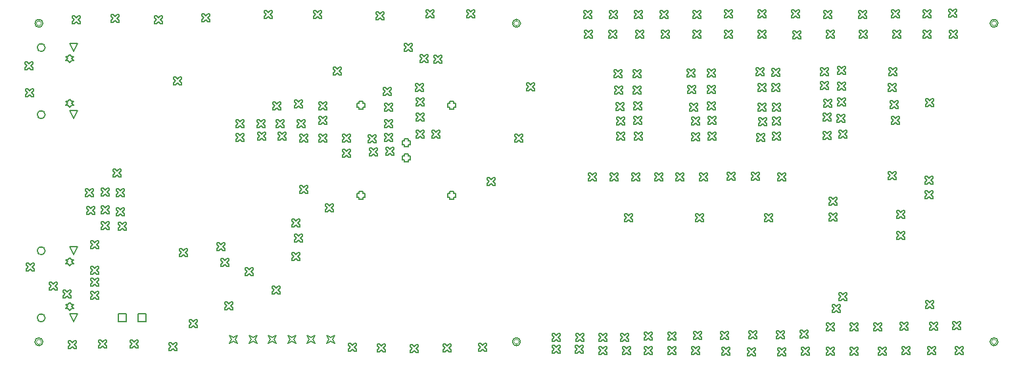
<source format=gbr>
%TF.GenerationSoftware,Altium Limited,Altium Designer,23.4.1 (23)*%
G04 Layer_Color=2752767*
%FSLAX45Y45*%
%MOMM*%
%TF.SameCoordinates,576A2805-CD40-4E5C-B7A3-750DB6231075*%
%TF.FilePolarity,Positive*%
%TF.FileFunction,Drawing*%
%TF.Part,Single*%
G01*
G75*
%TA.AperFunction,NonConductor*%
%ADD53C,0.12700*%
%ADD93C,0.10160*%
%ADD112C,0.16933*%
D53*
X4370000Y2057000D02*
Y2031600D01*
X4420800D01*
Y2057000D01*
X4446200D01*
Y2107800D01*
X4420800D01*
Y2133200D01*
X4370000D01*
Y2107800D01*
X4344600D01*
Y2057000D01*
X4370000D01*
Y3224000D02*
Y3198600D01*
X4420800D01*
Y3224000D01*
X4446200D01*
Y3274800D01*
X4420800D01*
Y3300200D01*
X4370000D01*
Y3274800D01*
X4344600D01*
Y3224000D01*
X4370000D01*
X5537000Y2057000D02*
Y2031600D01*
X5587800D01*
Y2057000D01*
X5613200D01*
Y2107800D01*
X5587800D01*
Y2133200D01*
X5537000D01*
Y2107800D01*
X5511600D01*
Y2057000D01*
X5537000D01*
Y3224000D02*
Y3198600D01*
X5587800D01*
Y3224000D01*
X5613200D01*
Y3274800D01*
X5587800D01*
Y3300200D01*
X5537000D01*
Y3274800D01*
X5511600D01*
Y3224000D01*
X5537000D01*
X4953000Y2741000D02*
Y2715600D01*
X5003800D01*
Y2741000D01*
X5029200D01*
Y2791800D01*
X5003800D01*
Y2817200D01*
X4953000D01*
Y2791800D01*
X4927600D01*
Y2741000D01*
X4953000D01*
Y2540000D02*
Y2514600D01*
X5003800D01*
Y2540000D01*
X5029200D01*
Y2590800D01*
X5003800D01*
Y2616200D01*
X4953000D01*
Y2590800D01*
X4927600D01*
Y2540000D01*
X4953000D01*
X647400Y1178000D02*
X672800Y1203400D01*
X698200D01*
X672800Y1228800D01*
X698200Y1254200D01*
X672800D01*
X647400Y1279600D01*
X622000Y1254200D01*
X596600D01*
X622000Y1228800D01*
X596600Y1203400D01*
X622000D01*
X647400Y1178000D01*
Y600000D02*
X672800Y625400D01*
X698200D01*
X672800Y650800D01*
X698200Y676200D01*
X672800D01*
X647400Y701600D01*
X622000Y676200D01*
X596600D01*
X622000Y650800D01*
X596600Y625400D01*
X622000D01*
X647400Y600000D01*
X697400Y457000D02*
X646600Y558600D01*
X748200D01*
X697400Y457000D01*
Y1321000D02*
X646600Y1422600D01*
X748200D01*
X697400Y1321000D01*
X647400Y3794200D02*
X672800Y3819600D01*
X698200D01*
X672800Y3845000D01*
X698200Y3870400D01*
X672800D01*
X647400Y3895800D01*
X622000Y3870400D01*
X596600D01*
X622000Y3845000D01*
X596600Y3819600D01*
X622000D01*
X647400Y3794200D01*
Y3216200D02*
X672800Y3241600D01*
X698200D01*
X672800Y3267000D01*
X698200Y3292400D01*
X672800D01*
X647400Y3317800D01*
X622000Y3292400D01*
X596600D01*
X622000Y3267000D01*
X596600Y3241600D01*
X622000D01*
X647400Y3216200D01*
X697400Y3073200D02*
X646600Y3174800D01*
X748200D01*
X697400Y3073200D01*
Y3937200D02*
X646600Y4038800D01*
X748200D01*
X697400Y3937200D01*
X3954400Y177800D02*
X3979800Y228600D01*
X3954400Y279400D01*
X4005200Y254000D01*
X4056000Y279400D01*
X4030600Y228600D01*
X4056000Y177800D01*
X4005200Y203200D01*
X3954400Y177800D01*
X3704400D02*
X3729800Y228600D01*
X3704400Y279400D01*
X3755200Y254000D01*
X3806000Y279400D01*
X3780600Y228600D01*
X3806000Y177800D01*
X3755200Y203200D01*
X3704400Y177800D01*
X3454400D02*
X3479800Y228600D01*
X3454400Y279400D01*
X3505200Y254000D01*
X3556000Y279400D01*
X3530600Y228600D01*
X3556000Y177800D01*
X3505200Y203200D01*
X3454400Y177800D01*
X3204400D02*
X3229800Y228600D01*
X3204400Y279400D01*
X3255200Y254000D01*
X3306000Y279400D01*
X3280600Y228600D01*
X3306000Y177800D01*
X3255200Y203200D01*
X3204400Y177800D01*
X2954400D02*
X2979800Y228600D01*
X2954400Y279400D01*
X3005200Y254000D01*
X3056000Y279400D01*
X3030600Y228600D01*
X3056000Y177800D01*
X3005200Y203200D01*
X2954400Y177800D01*
X2704400D02*
X2729800Y228600D01*
X2704400Y279400D01*
X2755200Y254000D01*
X2806000Y279400D01*
X2780600Y228600D01*
X2806000Y177800D01*
X2755200Y203200D01*
X2704400Y177800D01*
X1270000Y457200D02*
Y558800D01*
X1371600D01*
Y457200D01*
X1270000D01*
X1524000D02*
Y558800D01*
X1625600D01*
Y457200D01*
X1524000D01*
X10549200Y729200D02*
X10574600D01*
X10600000Y754600D01*
X10625400Y729200D01*
X10650800D01*
Y754600D01*
X10625400Y780000D01*
X10650800Y805400D01*
Y830800D01*
X10625400D01*
X10600000Y805400D01*
X10574600Y830800D01*
X10549200D01*
Y805400D01*
X10574600Y780000D01*
X10549200Y754600D01*
Y729200D01*
X10429200Y1759200D02*
X10454600D01*
X10480000Y1784600D01*
X10505400Y1759200D01*
X10530800D01*
Y1784600D01*
X10505400Y1810000D01*
X10530800Y1835400D01*
Y1860800D01*
X10505400D01*
X10480000Y1835400D01*
X10454600Y1860800D01*
X10429200D01*
Y1835400D01*
X10454600Y1810000D01*
X10429200Y1784600D01*
Y1759200D01*
X9769200Y2269200D02*
X9794600D01*
X9820000Y2294600D01*
X9845400Y2269200D01*
X9870800D01*
Y2294600D01*
X9845400Y2320000D01*
X9870800Y2345400D01*
Y2370800D01*
X9845400D01*
X9820000Y2345400D01*
X9794600Y2370800D01*
X9769200D01*
Y2345400D01*
X9794600Y2320000D01*
X9769200Y2294600D01*
Y2269200D01*
X9429200Y2279200D02*
X9454600D01*
X9480000Y2304600D01*
X9505400Y2279200D01*
X9530800D01*
Y2304600D01*
X9505400Y2330000D01*
X9530800Y2355400D01*
Y2380800D01*
X9505400D01*
X9480000Y2355400D01*
X9454600Y2380800D01*
X9429200D01*
Y2355400D01*
X9454600Y2330000D01*
X9429200Y2304600D01*
Y2279200D01*
X9109200D02*
X9134600D01*
X9160000Y2304600D01*
X9185400Y2279200D01*
X9210800D01*
Y2304600D01*
X9185400Y2330000D01*
X9210800Y2355400D01*
Y2380800D01*
X9185400D01*
X9160000Y2355400D01*
X9134600Y2380800D01*
X9109200D01*
Y2355400D01*
X9134600Y2330000D01*
X9109200Y2304600D01*
Y2279200D01*
X8759200Y2269200D02*
X8784600D01*
X8810000Y2294600D01*
X8835400Y2269200D01*
X8860800D01*
Y2294600D01*
X8835400Y2320000D01*
X8860800Y2345400D01*
Y2370800D01*
X8835400D01*
X8810000Y2345400D01*
X8784600Y2370800D01*
X8759200D01*
Y2345400D01*
X8784600Y2320000D01*
X8759200Y2294600D01*
Y2269200D01*
X8449200D02*
X8474600D01*
X8500000Y2294600D01*
X8525400Y2269200D01*
X8550800D01*
Y2294600D01*
X8525400Y2320000D01*
X8550800Y2345400D01*
Y2370800D01*
X8525400D01*
X8500000Y2345400D01*
X8474600Y2370800D01*
X8449200D01*
Y2345400D01*
X8474600Y2320000D01*
X8449200Y2294600D01*
Y2269200D01*
X8179200D02*
X8204600D01*
X8230000Y2294600D01*
X8255400Y2269200D01*
X8280800D01*
Y2294600D01*
X8255400Y2320000D01*
X8280800Y2345400D01*
Y2370800D01*
X8255400D01*
X8230000Y2345400D01*
X8204600Y2370800D01*
X8179200D01*
Y2345400D01*
X8204600Y2320000D01*
X8179200Y2294600D01*
Y2269200D01*
X7889200D02*
X7914600D01*
X7940000Y2294600D01*
X7965400Y2269200D01*
X7990800D01*
Y2294600D01*
X7965400Y2320000D01*
X7990800Y2345400D01*
Y2370800D01*
X7965400D01*
X7940000Y2345400D01*
X7914600Y2370800D01*
X7889200D01*
Y2345400D01*
X7914600Y2320000D01*
X7889200Y2294600D01*
Y2269200D01*
X7609200D02*
X7634600D01*
X7660000Y2294600D01*
X7685400Y2269200D01*
X7710800D01*
Y2294600D01*
X7685400Y2320000D01*
X7710800Y2345400D01*
Y2370800D01*
X7685400D01*
X7660000Y2345400D01*
X7634600Y2370800D01*
X7609200D01*
Y2345400D01*
X7634600Y2320000D01*
X7609200Y2294600D01*
Y2269200D01*
X7329200D02*
X7354600D01*
X7380000Y2294600D01*
X7405400Y2269200D01*
X7430800D01*
Y2294600D01*
X7405400Y2320000D01*
X7430800Y2345400D01*
Y2370800D01*
X7405400D01*
X7380000Y2345400D01*
X7354600Y2370800D01*
X7329200D01*
Y2345400D01*
X7354600Y2320000D01*
X7329200Y2294600D01*
Y2269200D01*
X9699200Y2989200D02*
X9724600D01*
X9750000Y3014600D01*
X9775400Y2989200D01*
X9800800D01*
Y3014600D01*
X9775400Y3040000D01*
X9800800Y3065400D01*
Y3090800D01*
X9775400D01*
X9750000Y3065400D01*
X9724600Y3090800D01*
X9699200D01*
Y3065400D01*
X9724600Y3040000D01*
X9699200Y3014600D01*
Y2989200D01*
Y2799200D02*
X9724600D01*
X9750000Y2824600D01*
X9775400Y2799200D01*
X9800800D01*
Y2824600D01*
X9775400Y2850000D01*
X9800800Y2875400D01*
Y2900800D01*
X9775400D01*
X9750000Y2875400D01*
X9724600Y2900800D01*
X9699200D01*
Y2875400D01*
X9724600Y2850000D01*
X9699200Y2824600D01*
Y2799200D01*
X9519200Y2979200D02*
X9544600D01*
X9570000Y3004600D01*
X9595400Y2979200D01*
X9620800D01*
Y3004600D01*
X9595400Y3030000D01*
X9620800Y3055400D01*
Y3080800D01*
X9595400D01*
X9570000Y3055400D01*
X9544600Y3080800D01*
X9519200D01*
Y3055400D01*
X9544600Y3030000D01*
X9519200Y3004600D01*
Y2979200D01*
X9509200Y3169200D02*
X9534600D01*
X9560000Y3194600D01*
X9585400Y3169200D01*
X9610800D01*
Y3194600D01*
X9585400Y3220000D01*
X9610800Y3245400D01*
Y3270800D01*
X9585400D01*
X9560000Y3245400D01*
X9534600Y3270800D01*
X9509200D01*
Y3245400D01*
X9534600Y3220000D01*
X9509200Y3194600D01*
Y3169200D01*
X9699200D02*
X9724600D01*
X9750000Y3194600D01*
X9775400Y3169200D01*
X9800800D01*
Y3194600D01*
X9775400Y3220000D01*
X9800800Y3245400D01*
Y3270800D01*
X9775400D01*
X9750000Y3245400D01*
X9724600Y3270800D01*
X9699200D01*
Y3245400D01*
X9724600Y3220000D01*
X9699200Y3194600D01*
Y3169200D01*
X11299200Y1519200D02*
X11324600D01*
X11350000Y1544600D01*
X11375400Y1519200D01*
X11400800D01*
Y1544600D01*
X11375400Y1570000D01*
X11400800Y1595400D01*
Y1620800D01*
X11375400D01*
X11350000Y1595400D01*
X11324600Y1620800D01*
X11299200D01*
Y1595400D01*
X11324600Y1570000D01*
X11299200Y1544600D01*
Y1519200D01*
Y1789200D02*
X11324600D01*
X11350000Y1814600D01*
X11375400Y1789200D01*
X11400800D01*
Y1814600D01*
X11375400Y1840000D01*
X11400800Y1865400D01*
Y1890800D01*
X11375400D01*
X11350000Y1865400D01*
X11324600Y1890800D01*
X11299200D01*
Y1865400D01*
X11324600Y1840000D01*
X11299200Y1814600D01*
Y1789200D01*
X4719200Y2599200D02*
X4744600D01*
X4770000Y2624600D01*
X4795400Y2599200D01*
X4820800D01*
Y2624600D01*
X4795400Y2650000D01*
X4820800Y2675400D01*
Y2700800D01*
X4795400D01*
X4770000Y2675400D01*
X4744600Y2700800D01*
X4719200D01*
Y2675400D01*
X4744600Y2650000D01*
X4719200Y2624600D01*
Y2599200D01*
X4699200Y2779200D02*
X4724600D01*
X4750000Y2804600D01*
X4775400Y2779200D01*
X4800800D01*
Y2804600D01*
X4775400Y2830000D01*
X4800800Y2855400D01*
Y2880800D01*
X4775400D01*
X4750000Y2855400D01*
X4724600Y2880800D01*
X4699200D01*
Y2855400D01*
X4724600Y2830000D01*
X4699200Y2804600D01*
Y2779200D01*
Y2959200D02*
X4724600D01*
X4750000Y2984600D01*
X4775400Y2959200D01*
X4800800D01*
Y2984600D01*
X4775400Y3010000D01*
X4800800Y3035400D01*
Y3060800D01*
X4775400D01*
X4750000Y3035400D01*
X4724600Y3060800D01*
X4699200D01*
Y3035400D01*
X4724600Y3010000D01*
X4699200Y2984600D01*
Y2959200D01*
Y3169200D02*
X4724600D01*
X4750000Y3194600D01*
X4775400Y3169200D01*
X4800800D01*
Y3194600D01*
X4775400Y3220000D01*
X4800800Y3245400D01*
Y3270800D01*
X4775400D01*
X4750000Y3245400D01*
X4724600Y3270800D01*
X4699200D01*
Y3245400D01*
X4724600Y3220000D01*
X4699200Y3194600D01*
Y3169200D01*
X4689200Y3369200D02*
X4714600D01*
X4740000Y3394600D01*
X4765400Y3369200D01*
X4790800D01*
Y3394600D01*
X4765400Y3420000D01*
X4790800Y3445400D01*
Y3470800D01*
X4765400D01*
X4740000Y3445400D01*
X4714600Y3470800D01*
X4689200D01*
Y3445400D01*
X4714600Y3420000D01*
X4689200Y3394600D01*
Y3369200D01*
X4509200Y2589200D02*
X4534600D01*
X4560000Y2614600D01*
X4585400Y2589200D01*
X4610800D01*
Y2614600D01*
X4585400Y2640000D01*
X4610800Y2665400D01*
Y2690800D01*
X4585400D01*
X4560000Y2665400D01*
X4534600Y2690800D01*
X4509200D01*
Y2665400D01*
X4534600Y2640000D01*
X4509200Y2614600D01*
Y2589200D01*
X4159200Y2579200D02*
X4184600D01*
X4210000Y2604600D01*
X4235400Y2579200D01*
X4260800D01*
Y2604600D01*
X4235400Y2630000D01*
X4260800Y2655400D01*
Y2680800D01*
X4235400D01*
X4210000Y2655400D01*
X4184600Y2680800D01*
X4159200D01*
Y2655400D01*
X4184600Y2630000D01*
X4159200Y2604600D01*
Y2579200D01*
X4489200Y2759200D02*
X4514600D01*
X4540000Y2784600D01*
X4565400Y2759200D01*
X4590800D01*
Y2784600D01*
X4565400Y2810000D01*
X4590800Y2835400D01*
Y2860800D01*
X4565400D01*
X4540000Y2835400D01*
X4514600Y2860800D01*
X4489200D01*
Y2835400D01*
X4514600Y2810000D01*
X4489200Y2784600D01*
Y2759200D01*
X4159200Y2769200D02*
X4184600D01*
X4210000Y2794600D01*
X4235400Y2769200D01*
X4260800D01*
Y2794600D01*
X4235400Y2820000D01*
X4260800Y2845400D01*
Y2870800D01*
X4235400D01*
X4210000Y2845400D01*
X4184600Y2870800D01*
X4159200D01*
Y2845400D01*
X4184600Y2820000D01*
X4159200Y2794600D01*
Y2769200D01*
X3859200D02*
X3884600D01*
X3910000Y2794600D01*
X3935400Y2769200D01*
X3960800D01*
Y2794600D01*
X3935400Y2820000D01*
X3960800Y2845400D01*
Y2870800D01*
X3935400D01*
X3910000Y2845400D01*
X3884600Y2870800D01*
X3859200D01*
Y2845400D01*
X3884600Y2820000D01*
X3859200Y2794600D01*
Y2769200D01*
Y2999200D02*
X3884600D01*
X3910000Y3024600D01*
X3935400Y2999200D01*
X3960800D01*
Y3024600D01*
X3935400Y3050000D01*
X3960800Y3075400D01*
Y3100800D01*
X3935400D01*
X3910000Y3075400D01*
X3884600Y3100800D01*
X3859200D01*
Y3075400D01*
X3884600Y3050000D01*
X3859200Y3024600D01*
Y2999200D01*
Y3189200D02*
X3884600D01*
X3910000Y3214600D01*
X3935400Y3189200D01*
X3960800D01*
Y3214600D01*
X3935400Y3240000D01*
X3960800Y3265400D01*
Y3290800D01*
X3935400D01*
X3910000Y3265400D01*
X3884600Y3290800D01*
X3859200D01*
Y3265400D01*
X3884600Y3240000D01*
X3859200Y3214600D01*
Y3189200D01*
X3609200Y2769200D02*
X3634600D01*
X3660000Y2794600D01*
X3685400Y2769200D01*
X3710800D01*
Y2794600D01*
X3685400Y2820000D01*
X3710800Y2845400D01*
Y2870800D01*
X3685400D01*
X3660000Y2845400D01*
X3634600Y2870800D01*
X3609200D01*
Y2845400D01*
X3634600Y2820000D01*
X3609200Y2794600D01*
Y2769200D01*
X3329200Y2799200D02*
X3354600D01*
X3380000Y2824600D01*
X3405400Y2799200D01*
X3430800D01*
Y2824600D01*
X3405400Y2850000D01*
X3430800Y2875400D01*
Y2900800D01*
X3405400D01*
X3380000Y2875400D01*
X3354600Y2900800D01*
X3329200D01*
Y2875400D01*
X3354600Y2850000D01*
X3329200Y2824600D01*
Y2799200D01*
X3069200D02*
X3094600D01*
X3120000Y2824600D01*
X3145400Y2799200D01*
X3170800D01*
Y2824600D01*
X3145400Y2850000D01*
X3170800Y2875400D01*
Y2900800D01*
X3145400D01*
X3120000Y2875400D01*
X3094600Y2900800D01*
X3069200D01*
Y2875400D01*
X3094600Y2850000D01*
X3069200Y2824600D01*
Y2799200D01*
X2789200Y2779200D02*
X2814600D01*
X2840000Y2804600D01*
X2865400Y2779200D01*
X2890800D01*
Y2804600D01*
X2865400Y2830000D01*
X2890800Y2855400D01*
Y2880800D01*
X2865400D01*
X2840000Y2855400D01*
X2814600Y2880800D01*
X2789200D01*
Y2855400D01*
X2814600Y2830000D01*
X2789200Y2804600D01*
Y2779200D01*
X3579200Y2959200D02*
X3604600D01*
X3630000Y2984600D01*
X3655400Y2959200D01*
X3680800D01*
Y2984600D01*
X3655400Y3010000D01*
X3680800Y3035400D01*
Y3060800D01*
X3655400D01*
X3630000Y3035400D01*
X3604600Y3060800D01*
X3579200D01*
Y3035400D01*
X3604600Y3010000D01*
X3579200Y2984600D01*
Y2959200D01*
X3309200D02*
X3334600D01*
X3360000Y2984600D01*
X3385400Y2959200D01*
X3410800D01*
Y2984600D01*
X3385400Y3010000D01*
X3410800Y3035400D01*
Y3060800D01*
X3385400D01*
X3360000Y3035400D01*
X3334600Y3060800D01*
X3309200D01*
Y3035400D01*
X3334600Y3010000D01*
X3309200Y2984600D01*
Y2959200D01*
X3059200D02*
X3084600D01*
X3110000Y2984600D01*
X3135400Y2959200D01*
X3160800D01*
Y2984600D01*
X3135400Y3010000D01*
X3160800Y3035400D01*
Y3060800D01*
X3135400D01*
X3110000Y3035400D01*
X3084600Y3060800D01*
X3059200D01*
Y3035400D01*
X3084600Y3010000D01*
X3059200Y2984600D01*
Y2959200D01*
X2789200D02*
X2814600D01*
X2840000Y2984600D01*
X2865400Y2959200D01*
X2890800D01*
Y2984600D01*
X2865400Y3010000D01*
X2890800Y3035400D01*
Y3060800D01*
X2865400D01*
X2840000Y3035400D01*
X2814600Y3060800D01*
X2789200D01*
Y3035400D01*
X2814600Y3010000D01*
X2789200Y2984600D01*
Y2959200D01*
X3539200Y3209200D02*
X3564600D01*
X3590000Y3234600D01*
X3615400Y3209200D01*
X3640800D01*
Y3234600D01*
X3615400Y3260000D01*
X3640800Y3285400D01*
Y3310800D01*
X3615400D01*
X3590000Y3285400D01*
X3564600Y3310800D01*
X3539200D01*
Y3285400D01*
X3564600Y3260000D01*
X3539200Y3234600D01*
Y3209200D01*
X3259200Y3189200D02*
X3284600D01*
X3310000Y3214600D01*
X3335400Y3189200D01*
X3360800D01*
Y3214600D01*
X3335400Y3240000D01*
X3360800Y3265400D01*
Y3290800D01*
X3335400D01*
X3310000Y3265400D01*
X3284600Y3290800D01*
X3259200D01*
Y3265400D01*
X3284600Y3240000D01*
X3259200Y3214600D01*
Y3189200D01*
X1269200Y1639200D02*
X1294600D01*
X1320000Y1664600D01*
X1345400Y1639200D01*
X1370800D01*
Y1664600D01*
X1345400Y1690000D01*
X1370800Y1715400D01*
Y1740800D01*
X1345400D01*
X1320000Y1715400D01*
X1294600Y1740800D01*
X1269200D01*
Y1715400D01*
X1294600Y1690000D01*
X1269200Y1664600D01*
Y1639200D01*
X1049200Y1649200D02*
X1074600D01*
X1100000Y1674600D01*
X1125400Y1649200D01*
X1150800D01*
Y1674600D01*
X1125400Y1700000D01*
X1150800Y1725400D01*
Y1750800D01*
X1125400D01*
X1100000Y1725400D01*
X1074600Y1750800D01*
X1049200D01*
Y1725400D01*
X1074600Y1700000D01*
X1049200Y1674600D01*
Y1649200D01*
Y1849200D02*
X1074600D01*
X1100000Y1874600D01*
X1125400Y1849200D01*
X1150800D01*
Y1874600D01*
X1125400Y1900000D01*
X1150800Y1925400D01*
Y1950800D01*
X1125400D01*
X1100000Y1925400D01*
X1074600Y1950800D01*
X1049200D01*
Y1925400D01*
X1074600Y1900000D01*
X1049200Y1874600D01*
Y1849200D01*
Y2079200D02*
X1074600D01*
X1100000Y2104600D01*
X1125400Y2079200D01*
X1150800D01*
Y2104600D01*
X1125400Y2130000D01*
X1150800Y2155400D01*
Y2180800D01*
X1125400D01*
X1100000Y2155400D01*
X1074600Y2180800D01*
X1049200D01*
Y2155400D01*
X1074600Y2130000D01*
X1049200Y2104600D01*
Y2079200D01*
X1249200Y1819200D02*
X1274600D01*
X1300000Y1844600D01*
X1325400Y1819200D01*
X1350800D01*
Y1844600D01*
X1325400Y1870000D01*
X1350800Y1895400D01*
Y1920800D01*
X1325400D01*
X1300000Y1895400D01*
X1274600Y1920800D01*
X1249200D01*
Y1895400D01*
X1274600Y1870000D01*
X1249200Y1844600D01*
Y1819200D01*
X869200Y1839200D02*
X894600D01*
X920000Y1864600D01*
X945400Y1839200D01*
X970800D01*
Y1864600D01*
X945400Y1890000D01*
X970800Y1915400D01*
Y1940800D01*
X945400D01*
X920000Y1915400D01*
X894600Y1940800D01*
X869200D01*
Y1915400D01*
X894600Y1890000D01*
X869200Y1864600D01*
Y1839200D01*
X1249200Y2069200D02*
X1274600D01*
X1300000Y2094600D01*
X1325400Y2069200D01*
X1350800D01*
Y2094600D01*
X1325400Y2120000D01*
X1350800Y2145400D01*
Y2170800D01*
X1325400D01*
X1300000Y2145400D01*
X1274600Y2170800D01*
X1249200D01*
Y2145400D01*
X1274600Y2120000D01*
X1249200Y2094600D01*
Y2069200D01*
X849200D02*
X874600D01*
X900000Y2094600D01*
X925400Y2069200D01*
X950800D01*
Y2094600D01*
X925400Y2120000D01*
X950800Y2145400D01*
Y2170800D01*
X925400D01*
X900000Y2145400D01*
X874600Y2170800D01*
X849200D01*
Y2145400D01*
X874600Y2120000D01*
X849200Y2094600D01*
Y2069200D01*
X5759200Y4369200D02*
X5784600D01*
X5810000Y4394600D01*
X5835400Y4369200D01*
X5860800D01*
Y4394600D01*
X5835400Y4420000D01*
X5860800Y4445400D01*
Y4470800D01*
X5835400D01*
X5810000Y4445400D01*
X5784600Y4470800D01*
X5759200D01*
Y4445400D01*
X5784600Y4420000D01*
X5759200Y4394600D01*
Y4369200D01*
X5239200D02*
X5264600D01*
X5290000Y4394600D01*
X5315400Y4369200D01*
X5340800D01*
Y4394600D01*
X5315400Y4420000D01*
X5340800Y4445400D01*
Y4470800D01*
X5315400D01*
X5290000Y4445400D01*
X5264600Y4470800D01*
X5239200D01*
Y4445400D01*
X5264600Y4420000D01*
X5239200Y4394600D01*
Y4369200D01*
X4589200Y4349200D02*
X4614600D01*
X4640000Y4374600D01*
X4665400Y4349200D01*
X4690800D01*
Y4374600D01*
X4665400Y4400000D01*
X4690800Y4425400D01*
Y4450800D01*
X4665400D01*
X4640000Y4425400D01*
X4614600Y4450800D01*
X4589200D01*
Y4425400D01*
X4614600Y4400000D01*
X4589200Y4374600D01*
Y4349200D01*
X3789200Y4359200D02*
X3814600D01*
X3840000Y4384600D01*
X3865400Y4359200D01*
X3890800D01*
Y4384600D01*
X3865400Y4410000D01*
X3890800Y4435400D01*
Y4460800D01*
X3865400D01*
X3840000Y4435400D01*
X3814600Y4460800D01*
X3789200D01*
Y4435400D01*
X3814600Y4410000D01*
X3789200Y4384600D01*
Y4359200D01*
X3149200D02*
X3174600D01*
X3200000Y4384600D01*
X3225400Y4359200D01*
X3250800D01*
Y4384600D01*
X3225400Y4410000D01*
X3250800Y4435400D01*
Y4460800D01*
X3225400D01*
X3200000Y4435400D01*
X3174600Y4460800D01*
X3149200D01*
Y4435400D01*
X3174600Y4410000D01*
X3149200Y4384600D01*
Y4359200D01*
X5909200Y79200D02*
X5934600D01*
X5960000Y104600D01*
X5985400Y79200D01*
X6010800D01*
Y104600D01*
X5985400Y130000D01*
X6010800Y155400D01*
Y180800D01*
X5985400D01*
X5960000Y155400D01*
X5934600Y180800D01*
X5909200D01*
Y155400D01*
X5934600Y130000D01*
X5909200Y104600D01*
Y79200D01*
X5459200Y69200D02*
X5484600D01*
X5510000Y94600D01*
X5535400Y69200D01*
X5560800D01*
Y94600D01*
X5535400Y120000D01*
X5560800Y145400D01*
Y170800D01*
X5535400D01*
X5510000Y145400D01*
X5484600Y170800D01*
X5459200D01*
Y145400D01*
X5484600Y120000D01*
X5459200Y94600D01*
Y69200D01*
X5029200Y59200D02*
X5054600D01*
X5080000Y84600D01*
X5105400Y59200D01*
X5130800D01*
Y84600D01*
X5105400Y110000D01*
X5130800Y135400D01*
Y160800D01*
X5105400D01*
X5080000Y135400D01*
X5054600Y160800D01*
X5029200D01*
Y135400D01*
X5054600Y110000D01*
X5029200Y84600D01*
Y59200D01*
X4609200Y69200D02*
X4634600D01*
X4660000Y94600D01*
X4685400Y69200D01*
X4710800D01*
Y94600D01*
X4685400Y120000D01*
X4710800Y145400D01*
Y170800D01*
X4685400D01*
X4660000Y145400D01*
X4634600Y170800D01*
X4609200D01*
Y145400D01*
X4634600Y120000D01*
X4609200Y94600D01*
Y69200D01*
X4239200Y79200D02*
X4264600D01*
X4290000Y104600D01*
X4315400Y79200D01*
X4340800D01*
Y104600D01*
X4315400Y130000D01*
X4340800Y155400D01*
Y180800D01*
X4315400D01*
X4290000Y155400D01*
X4264600Y180800D01*
X4239200D01*
Y155400D01*
X4264600Y130000D01*
X4239200Y104600D01*
Y79200D01*
X89200Y1109200D02*
X114600D01*
X140000Y1134600D01*
X165400Y1109200D01*
X190800D01*
Y1134600D01*
X165400Y1160000D01*
X190800Y1185400D01*
Y1210800D01*
X165400D01*
X140000Y1185400D01*
X114600Y1210800D01*
X89200D01*
Y1185400D01*
X114600Y1160000D01*
X89200Y1134600D01*
Y1109200D01*
X79200Y3359200D02*
X104600D01*
X130000Y3384600D01*
X155400Y3359200D01*
X180800D01*
Y3384600D01*
X155400Y3410000D01*
X180800Y3435400D01*
Y3460800D01*
X155400D01*
X130000Y3435400D01*
X104600Y3460800D01*
X79200D01*
Y3435400D01*
X104600Y3410000D01*
X79200Y3384600D01*
Y3359200D01*
X69200Y3699200D02*
X94600D01*
X120000Y3724600D01*
X145400Y3699200D01*
X170800D01*
Y3724600D01*
X145400Y3750000D01*
X170800Y3775400D01*
Y3800800D01*
X145400D01*
X120000Y3775400D01*
X94600Y3800800D01*
X69200D01*
Y3775400D01*
X94600Y3750000D01*
X69200Y3724600D01*
Y3699200D01*
X1929200Y89200D02*
X1954600D01*
X1980000Y114600D01*
X2005400Y89200D01*
X2030800D01*
Y114600D01*
X2005400Y140000D01*
X2030800Y165400D01*
Y190800D01*
X2005400D01*
X1980000Y165400D01*
X1954600Y190800D01*
X1929200D01*
Y165400D01*
X1954600Y140000D01*
X1929200Y114600D01*
Y89200D01*
X1429200Y119200D02*
X1454600D01*
X1480000Y144600D01*
X1505400Y119200D01*
X1530800D01*
Y144600D01*
X1505400Y170000D01*
X1530800Y195400D01*
Y220800D01*
X1505400D01*
X1480000Y195400D01*
X1454600Y220800D01*
X1429200D01*
Y195400D01*
X1454600Y170000D01*
X1429200Y144600D01*
Y119200D01*
X1019200D02*
X1044600D01*
X1070000Y144600D01*
X1095400Y119200D01*
X1120800D01*
Y144600D01*
X1095400Y170000D01*
X1120800Y195400D01*
Y220800D01*
X1095400D01*
X1070000Y195400D01*
X1044600Y220800D01*
X1019200D01*
Y195400D01*
X1044600Y170000D01*
X1019200Y144600D01*
Y119200D01*
X629200Y109200D02*
X654600D01*
X680000Y134600D01*
X705400Y109200D01*
X730800D01*
Y134600D01*
X705400Y160000D01*
X730800Y185400D01*
Y210800D01*
X705400D01*
X680000Y185400D01*
X654600Y210800D01*
X629200D01*
Y185400D01*
X654600Y160000D01*
X629200Y134600D01*
Y109200D01*
X2349200Y4319200D02*
X2374600D01*
X2400000Y4344600D01*
X2425400Y4319200D01*
X2450800D01*
Y4344600D01*
X2425400Y4370000D01*
X2450800Y4395400D01*
Y4420800D01*
X2425400D01*
X2400000Y4395400D01*
X2374600Y4420800D01*
X2349200D01*
Y4395400D01*
X2374600Y4370000D01*
X2349200Y4344600D01*
Y4319200D01*
X1739200Y4299200D02*
X1764600D01*
X1790000Y4324600D01*
X1815400Y4299200D01*
X1840800D01*
Y4324600D01*
X1815400Y4350000D01*
X1840800Y4375400D01*
Y4400800D01*
X1815400D01*
X1790000Y4375400D01*
X1764600Y4400800D01*
X1739200D01*
Y4375400D01*
X1764600Y4350000D01*
X1739200Y4324600D01*
Y4299200D01*
X1179200Y4309200D02*
X1204600D01*
X1230000Y4334600D01*
X1255400Y4309200D01*
X1280800D01*
Y4334600D01*
X1255400Y4360000D01*
X1280800Y4385400D01*
Y4410800D01*
X1255400D01*
X1230000Y4385400D01*
X1204600Y4410800D01*
X1179200D01*
Y4385400D01*
X1204600Y4360000D01*
X1179200Y4334600D01*
Y4309200D01*
X679200Y4299200D02*
X704600D01*
X730000Y4324600D01*
X755400Y4299200D01*
X780800D01*
Y4324600D01*
X755400Y4350000D01*
X780800Y4375400D01*
Y4400800D01*
X755400D01*
X730000Y4375400D01*
X704600Y4400800D01*
X679200D01*
Y4375400D01*
X704600Y4350000D01*
X679200Y4324600D01*
Y4299200D01*
X5339200Y3789200D02*
X5364600D01*
X5390000Y3814600D01*
X5415400Y3789200D01*
X5440800D01*
Y3814600D01*
X5415400Y3840000D01*
X5440800Y3865400D01*
Y3890800D01*
X5415400D01*
X5390000Y3865400D01*
X5364600Y3890800D01*
X5339200D01*
Y3865400D01*
X5364600Y3840000D01*
X5339200Y3814600D01*
Y3789200D01*
X5159200Y3799200D02*
X5184600D01*
X5210000Y3824600D01*
X5235400Y3799200D01*
X5260800D01*
Y3824600D01*
X5235400Y3850000D01*
X5260800Y3875400D01*
Y3900800D01*
X5235400D01*
X5210000Y3875400D01*
X5184600Y3900800D01*
X5159200D01*
Y3875400D01*
X5184600Y3850000D01*
X5159200Y3824600D01*
Y3799200D01*
X5309200Y2819200D02*
X5334600D01*
X5360000Y2844600D01*
X5385400Y2819200D01*
X5410800D01*
Y2844600D01*
X5385400Y2870000D01*
X5410800Y2895400D01*
Y2920800D01*
X5385400D01*
X5360000Y2895400D01*
X5334600Y2920800D01*
X5309200D01*
Y2895400D01*
X5334600Y2870000D01*
X5309200Y2844600D01*
Y2819200D01*
X5109200D02*
X5134600D01*
X5160000Y2844600D01*
X5185400Y2819200D01*
X5210800D01*
Y2844600D01*
X5185400Y2870000D01*
X5210800Y2895400D01*
Y2920800D01*
X5185400D01*
X5160000Y2895400D01*
X5134600Y2920800D01*
X5109200D01*
Y2895400D01*
X5134600Y2870000D01*
X5109200Y2844600D01*
Y2819200D01*
Y3039200D02*
X5134600D01*
X5160000Y3064600D01*
X5185400Y3039200D01*
X5210800D01*
Y3064600D01*
X5185400Y3090000D01*
X5210800Y3115400D01*
Y3140800D01*
X5185400D01*
X5160000Y3115400D01*
X5134600Y3140800D01*
X5109200D01*
Y3115400D01*
X5134600Y3090000D01*
X5109200Y3064600D01*
Y3039200D01*
Y3239200D02*
X5134600D01*
X5160000Y3264600D01*
X5185400Y3239200D01*
X5210800D01*
Y3264600D01*
X5185400Y3290000D01*
X5210800Y3315400D01*
Y3340800D01*
X5185400D01*
X5160000Y3315400D01*
X5134600Y3340800D01*
X5109200D01*
Y3315400D01*
X5134600Y3290000D01*
X5109200Y3264600D01*
Y3239200D01*
X5099200Y3419200D02*
X5124600D01*
X5150000Y3444600D01*
X5175400Y3419200D01*
X5200800D01*
Y3444600D01*
X5175400Y3470000D01*
X5200800Y3495400D01*
Y3520800D01*
X5175400D01*
X5150000Y3495400D01*
X5124600Y3520800D01*
X5099200D01*
Y3495400D01*
X5124600Y3470000D01*
X5099200Y3444600D01*
Y3419200D01*
X9599200Y1749200D02*
X9624600D01*
X9650000Y1774600D01*
X9675400Y1749200D01*
X9700800D01*
Y1774600D01*
X9675400Y1800000D01*
X9700800Y1825400D01*
Y1850800D01*
X9675400D01*
X9650000Y1825400D01*
X9624600Y1850800D01*
X9599200D01*
Y1825400D01*
X9624600Y1800000D01*
X9599200Y1774600D01*
Y1749200D01*
X8709200D02*
X8734600D01*
X8760000Y1774600D01*
X8785400Y1749200D01*
X8810800D01*
Y1774600D01*
X8785400Y1800000D01*
X8810800Y1825400D01*
Y1850800D01*
X8785400D01*
X8760000Y1825400D01*
X8734600Y1850800D01*
X8709200D01*
Y1825400D01*
X8734600Y1800000D01*
X8709200Y1774600D01*
Y1749200D01*
X7789200D02*
X7814600D01*
X7840000Y1774600D01*
X7865400Y1749200D01*
X7890800D01*
Y1774600D01*
X7865400Y1800000D01*
X7890800Y1825400D01*
Y1850800D01*
X7865400D01*
X7840000Y1825400D01*
X7814600Y1850800D01*
X7789200D01*
Y1825400D01*
X7814600Y1800000D01*
X7789200Y1774600D01*
Y1749200D01*
X11979200Y4109200D02*
X12004600D01*
X12030000Y4134600D01*
X12055400Y4109200D01*
X12080800D01*
Y4134600D01*
X12055400Y4160000D01*
X12080800Y4185400D01*
Y4210800D01*
X12055400D01*
X12030000Y4185400D01*
X12004600Y4210800D01*
X11979200D01*
Y4185400D01*
X12004600Y4160000D01*
X11979200Y4134600D01*
Y4109200D01*
X11969200Y4379200D02*
X11994600D01*
X12020000Y4404600D01*
X12045400Y4379200D01*
X12070800D01*
Y4404600D01*
X12045400Y4430000D01*
X12070800Y4455400D01*
Y4480800D01*
X12045400D01*
X12020000Y4455400D01*
X11994600Y4480800D01*
X11969200D01*
Y4455400D01*
X11994600Y4430000D01*
X11969200Y4404600D01*
Y4379200D01*
X11639200Y4109200D02*
X11664600D01*
X11690000Y4134600D01*
X11715400Y4109200D01*
X11740800D01*
Y4134600D01*
X11715400Y4160000D01*
X11740800Y4185400D01*
Y4210800D01*
X11715400D01*
X11690000Y4185400D01*
X11664600Y4210800D01*
X11639200D01*
Y4185400D01*
X11664600Y4160000D01*
X11639200Y4134600D01*
Y4109200D01*
Y4369200D02*
X11664600D01*
X11690000Y4394600D01*
X11715400Y4369200D01*
X11740800D01*
Y4394600D01*
X11715400Y4420000D01*
X11740800Y4445400D01*
Y4470800D01*
X11715400D01*
X11690000Y4445400D01*
X11664600Y4470800D01*
X11639200D01*
Y4445400D01*
X11664600Y4420000D01*
X11639200Y4394600D01*
Y4369200D01*
X11249200Y4109200D02*
X11274600D01*
X11300000Y4134600D01*
X11325400Y4109200D01*
X11350800D01*
Y4134600D01*
X11325400Y4160000D01*
X11350800Y4185400D01*
Y4210800D01*
X11325400D01*
X11300000Y4185400D01*
X11274600Y4210800D01*
X11249200D01*
Y4185400D01*
X11274600Y4160000D01*
X11249200Y4134600D01*
Y4109200D01*
X11229200Y4369200D02*
X11254600D01*
X11280000Y4394600D01*
X11305400Y4369200D01*
X11330800D01*
Y4394600D01*
X11305400Y4420000D01*
X11330800Y4445400D01*
Y4470800D01*
X11305400D01*
X11280000Y4445400D01*
X11254600Y4470800D01*
X11229200D01*
Y4445400D01*
X11254600Y4420000D01*
X11229200Y4394600D01*
Y4369200D01*
X10819200Y4109200D02*
X10844600D01*
X10870000Y4134600D01*
X10895400Y4109200D01*
X10920800D01*
Y4134600D01*
X10895400Y4160000D01*
X10920800Y4185400D01*
Y4210800D01*
X10895400D01*
X10870000Y4185400D01*
X10844600Y4210800D01*
X10819200D01*
Y4185400D01*
X10844600Y4160000D01*
X10819200Y4134600D01*
Y4109200D01*
X10809200Y4359200D02*
X10834600D01*
X10860000Y4384600D01*
X10885400Y4359200D01*
X10910800D01*
Y4384600D01*
X10885400Y4410000D01*
X10910800Y4435400D01*
Y4460800D01*
X10885400D01*
X10860000Y4435400D01*
X10834600Y4460800D01*
X10809200D01*
Y4435400D01*
X10834600Y4410000D01*
X10809200Y4384600D01*
Y4359200D01*
X10389200Y4109200D02*
X10414600D01*
X10440000Y4134600D01*
X10465400Y4109200D01*
X10490800D01*
Y4134600D01*
X10465400Y4160000D01*
X10490800Y4185400D01*
Y4210800D01*
X10465400D01*
X10440000Y4185400D01*
X10414600Y4210800D01*
X10389200D01*
Y4185400D01*
X10414600Y4160000D01*
X10389200Y4134600D01*
Y4109200D01*
X10359200Y4359200D02*
X10384600D01*
X10410000Y4384600D01*
X10435400Y4359200D01*
X10460800D01*
Y4384600D01*
X10435400Y4410000D01*
X10460800Y4435400D01*
Y4460800D01*
X10435400D01*
X10410000Y4435400D01*
X10384600Y4460800D01*
X10359200D01*
Y4435400D01*
X10384600Y4410000D01*
X10359200Y4384600D01*
Y4359200D01*
X9959200Y4099200D02*
X9984600D01*
X10010000Y4124600D01*
X10035400Y4099200D01*
X10060800D01*
Y4124600D01*
X10035400Y4150000D01*
X10060800Y4175400D01*
Y4200800D01*
X10035400D01*
X10010000Y4175400D01*
X9984600Y4200800D01*
X9959200D01*
Y4175400D01*
X9984600Y4150000D01*
X9959200Y4124600D01*
Y4099200D01*
X9939200Y4369200D02*
X9964600D01*
X9990000Y4394600D01*
X10015400Y4369200D01*
X10040800D01*
Y4394600D01*
X10015400Y4420000D01*
X10040800Y4445400D01*
Y4470800D01*
X10015400D01*
X9990000Y4445400D01*
X9964600Y4470800D01*
X9939200D01*
Y4445400D01*
X9964600Y4420000D01*
X9939200Y4394600D01*
Y4369200D01*
X9509200Y4109200D02*
X9534600D01*
X9560000Y4134600D01*
X9585400Y4109200D01*
X9610800D01*
Y4134600D01*
X9585400Y4160000D01*
X9610800Y4185400D01*
Y4210800D01*
X9585400D01*
X9560000Y4185400D01*
X9534600Y4210800D01*
X9509200D01*
Y4185400D01*
X9534600Y4160000D01*
X9509200Y4134600D01*
Y4109200D01*
Y4369200D02*
X9534600D01*
X9560000Y4394600D01*
X9585400Y4369200D01*
X9610800D01*
Y4394600D01*
X9585400Y4420000D01*
X9610800Y4445400D01*
Y4470800D01*
X9585400D01*
X9560000Y4445400D01*
X9534600Y4470800D01*
X9509200D01*
Y4445400D01*
X9534600Y4420000D01*
X9509200Y4394600D01*
Y4369200D01*
X9079200Y4109200D02*
X9104600D01*
X9130000Y4134600D01*
X9155400Y4109200D01*
X9180800D01*
Y4134600D01*
X9155400Y4160000D01*
X9180800Y4185400D01*
Y4210800D01*
X9155400D01*
X9130000Y4185400D01*
X9104600Y4210800D01*
X9079200D01*
Y4185400D01*
X9104600Y4160000D01*
X9079200Y4134600D01*
Y4109200D01*
Y4369200D02*
X9104600D01*
X9130000Y4394600D01*
X9155400Y4369200D01*
X9180800D01*
Y4394600D01*
X9155400Y4420000D01*
X9180800Y4445400D01*
Y4470800D01*
X9155400D01*
X9130000Y4445400D01*
X9104600Y4470800D01*
X9079200D01*
Y4445400D01*
X9104600Y4420000D01*
X9079200Y4394600D01*
Y4369200D01*
X8669200Y4109200D02*
X8694600D01*
X8720000Y4134600D01*
X8745400Y4109200D01*
X8770800D01*
Y4134600D01*
X8745400Y4160000D01*
X8770800Y4185400D01*
Y4210800D01*
X8745400D01*
X8720000Y4185400D01*
X8694600Y4210800D01*
X8669200D01*
Y4185400D01*
X8694600Y4160000D01*
X8669200Y4134600D01*
Y4109200D01*
Y4359200D02*
X8694600D01*
X8720000Y4384600D01*
X8745400Y4359200D01*
X8770800D01*
Y4384600D01*
X8745400Y4410000D01*
X8770800Y4435400D01*
Y4460800D01*
X8745400D01*
X8720000Y4435400D01*
X8694600Y4460800D01*
X8669200D01*
Y4435400D01*
X8694600Y4410000D01*
X8669200Y4384600D01*
Y4359200D01*
X8269200Y4109200D02*
X8294600D01*
X8320000Y4134600D01*
X8345400Y4109200D01*
X8370800D01*
Y4134600D01*
X8345400Y4160000D01*
X8370800Y4185400D01*
Y4210800D01*
X8345400D01*
X8320000Y4185400D01*
X8294600Y4210800D01*
X8269200D01*
Y4185400D01*
X8294600Y4160000D01*
X8269200Y4134600D01*
Y4109200D01*
X8249200Y4359200D02*
X8274600D01*
X8300000Y4384600D01*
X8325400Y4359200D01*
X8350800D01*
Y4384600D01*
X8325400Y4410000D01*
X8350800Y4435400D01*
Y4460800D01*
X8325400D01*
X8300000Y4435400D01*
X8274600Y4460800D01*
X8249200D01*
Y4435400D01*
X8274600Y4410000D01*
X8249200Y4384600D01*
Y4359200D01*
X7939200Y4109200D02*
X7964600D01*
X7990000Y4134600D01*
X8015400Y4109200D01*
X8040800D01*
Y4134600D01*
X8015400Y4160000D01*
X8040800Y4185400D01*
Y4210800D01*
X8015400D01*
X7990000Y4185400D01*
X7964600Y4210800D01*
X7939200D01*
Y4185400D01*
X7964600Y4160000D01*
X7939200Y4134600D01*
Y4109200D01*
X7919200Y4359200D02*
X7944600D01*
X7970000Y4384600D01*
X7995400Y4359200D01*
X8020800D01*
Y4384600D01*
X7995400Y4410000D01*
X8020800Y4435400D01*
Y4460800D01*
X7995400D01*
X7970000Y4435400D01*
X7944600Y4460800D01*
X7919200D01*
Y4435400D01*
X7944600Y4410000D01*
X7919200Y4384600D01*
Y4359200D01*
X7589200Y4109200D02*
X7614600D01*
X7640000Y4134600D01*
X7665400Y4109200D01*
X7690800D01*
Y4134600D01*
X7665400Y4160000D01*
X7690800Y4185400D01*
Y4210800D01*
X7665400D01*
X7640000Y4185400D01*
X7614600Y4210800D01*
X7589200D01*
Y4185400D01*
X7614600Y4160000D01*
X7589200Y4134600D01*
Y4109200D01*
X7599200Y4359200D02*
X7624600D01*
X7650000Y4384600D01*
X7675400Y4359200D01*
X7700800D01*
Y4384600D01*
X7675400Y4410000D01*
X7700800Y4435400D01*
Y4460800D01*
X7675400D01*
X7650000Y4435400D01*
X7624600Y4460800D01*
X7599200D01*
Y4435400D01*
X7624600Y4410000D01*
X7599200Y4384600D01*
Y4359200D01*
X7279200Y4109200D02*
X7304600D01*
X7330000Y4134600D01*
X7355400Y4109200D01*
X7380800D01*
Y4134600D01*
X7355400Y4160000D01*
X7380800Y4185400D01*
Y4210800D01*
X7355400D01*
X7330000Y4185400D01*
X7304600Y4210800D01*
X7279200D01*
Y4185400D01*
X7304600Y4160000D01*
X7279200Y4134600D01*
Y4109200D01*
X7269200Y4359200D02*
X7294600D01*
X7320000Y4384600D01*
X7345400Y4359200D01*
X7370800D01*
Y4384600D01*
X7345400Y4410000D01*
X7370800Y4435400D01*
Y4460800D01*
X7345400D01*
X7320000Y4435400D01*
X7294600Y4460800D01*
X7269200D01*
Y4435400D01*
X7294600Y4410000D01*
X7269200Y4384600D01*
Y4359200D01*
X12049200Y39200D02*
X12074600D01*
X12100000Y64600D01*
X12125400Y39200D01*
X12150800D01*
Y64600D01*
X12125400Y90000D01*
X12150800Y115400D01*
Y140800D01*
X12125400D01*
X12100000Y115400D01*
X12074600Y140800D01*
X12049200D01*
Y115400D01*
X12074600Y90000D01*
X12049200Y64600D01*
Y39200D01*
X12019200Y359200D02*
X12044600D01*
X12070000Y384600D01*
X12095400Y359200D01*
X12120800D01*
Y384600D01*
X12095400Y410000D01*
X12120800Y435400D01*
Y460800D01*
X12095400D01*
X12070000Y435400D01*
X12044600Y460800D01*
X12019200D01*
Y435400D01*
X12044600Y410000D01*
X12019200Y384600D01*
Y359200D01*
X11699200Y39200D02*
X11724600D01*
X11750000Y64600D01*
X11775400Y39200D01*
X11800800D01*
Y64600D01*
X11775400Y90000D01*
X11800800Y115400D01*
Y140800D01*
X11775400D01*
X11750000Y115400D01*
X11724600Y140800D01*
X11699200D01*
Y115400D01*
X11724600Y90000D01*
X11699200Y64600D01*
Y39200D01*
X11719200Y349200D02*
X11744600D01*
X11770000Y374600D01*
X11795400Y349200D01*
X11820800D01*
Y374600D01*
X11795400Y400000D01*
X11820800Y425400D01*
Y450800D01*
X11795400D01*
X11770000Y425400D01*
X11744600Y450800D01*
X11719200D01*
Y425400D01*
X11744600Y400000D01*
X11719200Y374600D01*
Y349200D01*
X11369200Y39200D02*
X11394600D01*
X11420000Y64600D01*
X11445400Y39200D01*
X11470800D01*
Y64600D01*
X11445400Y90000D01*
X11470800Y115400D01*
Y140800D01*
X11445400D01*
X11420000Y115400D01*
X11394600Y140800D01*
X11369200D01*
Y115400D01*
X11394600Y90000D01*
X11369200Y64600D01*
Y39200D01*
X11339200Y349200D02*
X11364600D01*
X11390000Y374600D01*
X11415400Y349200D01*
X11440800D01*
Y374600D01*
X11415400Y400000D01*
X11440800Y425400D01*
Y450800D01*
X11415400D01*
X11390000Y425400D01*
X11364600Y450800D01*
X11339200D01*
Y425400D01*
X11364600Y400000D01*
X11339200Y374600D01*
Y349200D01*
X11059200Y29200D02*
X11084600D01*
X11110000Y54600D01*
X11135400Y29200D01*
X11160800D01*
Y54600D01*
X11135400Y80000D01*
X11160800Y105400D01*
Y130800D01*
X11135400D01*
X11110000Y105400D01*
X11084600Y130800D01*
X11059200D01*
Y105400D01*
X11084600Y80000D01*
X11059200Y54600D01*
Y29200D01*
X10999200Y339200D02*
X11024600D01*
X11050000Y364600D01*
X11075400Y339200D01*
X11100800D01*
Y364600D01*
X11075400Y390000D01*
X11100800Y415400D01*
Y440800D01*
X11075400D01*
X11050000Y415400D01*
X11024600Y440800D01*
X10999200D01*
Y415400D01*
X11024600Y390000D01*
X10999200Y364600D01*
Y339200D01*
X10699200Y29200D02*
X10724600D01*
X10750000Y54600D01*
X10775400Y29200D01*
X10800800D01*
Y54600D01*
X10775400Y80000D01*
X10800800Y105400D01*
Y130800D01*
X10775400D01*
X10750000Y105400D01*
X10724600Y130800D01*
X10699200D01*
Y105400D01*
X10724600Y80000D01*
X10699200Y54600D01*
Y29200D01*
Y339200D02*
X10724600D01*
X10750000Y364600D01*
X10775400Y339200D01*
X10800800D01*
Y364600D01*
X10775400Y390000D01*
X10800800Y415400D01*
Y440800D01*
X10775400D01*
X10750000Y415400D01*
X10724600Y440800D01*
X10699200D01*
Y415400D01*
X10724600Y390000D01*
X10699200Y364600D01*
Y339200D01*
X10389200Y29200D02*
X10414600D01*
X10440000Y54600D01*
X10465400Y29200D01*
X10490800D01*
Y54600D01*
X10465400Y80000D01*
X10490800Y105400D01*
Y130800D01*
X10465400D01*
X10440000Y105400D01*
X10414600Y130800D01*
X10389200D01*
Y105400D01*
X10414600Y80000D01*
X10389200Y54600D01*
Y29200D01*
Y339200D02*
X10414600D01*
X10440000Y364600D01*
X10465400Y339200D01*
X10490800D01*
Y364600D01*
X10465400Y390000D01*
X10490800Y415400D01*
Y440800D01*
X10465400D01*
X10440000Y415400D01*
X10414600Y440800D01*
X10389200D01*
Y415400D01*
X10414600Y390000D01*
X10389200Y364600D01*
Y339200D01*
X10069200Y29200D02*
X10094600D01*
X10120000Y54600D01*
X10145400Y29200D01*
X10170800D01*
Y54600D01*
X10145400Y80000D01*
X10170800Y105400D01*
Y130800D01*
X10145400D01*
X10120000Y105400D01*
X10094600Y130800D01*
X10069200D01*
Y105400D01*
X10094600Y80000D01*
X10069200Y54600D01*
Y29200D01*
X10049200Y249200D02*
X10074600D01*
X10100000Y274600D01*
X10125400Y249200D01*
X10150800D01*
Y274600D01*
X10125400Y300000D01*
X10150800Y325400D01*
Y350800D01*
X10125400D01*
X10100000Y325400D01*
X10074600Y350800D01*
X10049200D01*
Y325400D01*
X10074600Y300000D01*
X10049200Y274600D01*
Y249200D01*
X9769200Y19200D02*
X9794600D01*
X9820000Y44600D01*
X9845400Y19200D01*
X9870800D01*
Y44600D01*
X9845400Y70000D01*
X9870800Y95400D01*
Y120800D01*
X9845400D01*
X9820000Y95400D01*
X9794600Y120800D01*
X9769200D01*
Y95400D01*
X9794600Y70000D01*
X9769200Y44600D01*
Y19200D01*
X9749200Y239200D02*
X9774600D01*
X9800000Y264600D01*
X9825400Y239200D01*
X9850800D01*
Y264600D01*
X9825400Y290000D01*
X9850800Y315400D01*
Y340800D01*
X9825400D01*
X9800000Y315400D01*
X9774600Y340800D01*
X9749200D01*
Y315400D01*
X9774600Y290000D01*
X9749200Y264600D01*
Y239200D01*
X9379200Y19200D02*
X9404600D01*
X9430000Y44600D01*
X9455400Y19200D01*
X9480800D01*
Y44600D01*
X9455400Y70000D01*
X9480800Y95400D01*
Y120800D01*
X9455400D01*
X9430000Y95400D01*
X9404600Y120800D01*
X9379200D01*
Y95400D01*
X9404600Y70000D01*
X9379200Y44600D01*
Y19200D01*
X9389200Y239200D02*
X9414600D01*
X9440000Y264600D01*
X9465400Y239200D01*
X9490800D01*
Y264600D01*
X9465400Y290000D01*
X9490800Y315400D01*
Y340800D01*
X9465400D01*
X9440000Y315400D01*
X9414600Y340800D01*
X9389200D01*
Y315400D01*
X9414600Y290000D01*
X9389200Y264600D01*
Y239200D01*
X9049200Y29200D02*
X9074600D01*
X9100000Y54600D01*
X9125400Y29200D01*
X9150800D01*
Y54600D01*
X9125400Y80000D01*
X9150800Y105400D01*
Y130800D01*
X9125400D01*
X9100000Y105400D01*
X9074600Y130800D01*
X9049200D01*
Y105400D01*
X9074600Y80000D01*
X9049200Y54600D01*
Y29200D01*
X9029200Y229200D02*
X9054600D01*
X9080000Y254600D01*
X9105400Y229200D01*
X9130800D01*
Y254600D01*
X9105400Y280000D01*
X9130800Y305400D01*
Y330800D01*
X9105400D01*
X9080000Y305400D01*
X9054600Y330800D01*
X9029200D01*
Y305400D01*
X9054600Y280000D01*
X9029200Y254600D01*
Y229200D01*
X8659200Y39200D02*
X8684600D01*
X8710000Y64600D01*
X8735400Y39200D01*
X8760800D01*
Y64600D01*
X8735400Y90000D01*
X8760800Y115400D01*
Y140800D01*
X8735400D01*
X8710000Y115400D01*
X8684600Y140800D01*
X8659200D01*
Y115400D01*
X8684600Y90000D01*
X8659200Y64600D01*
Y39200D01*
X8679200Y229200D02*
X8704600D01*
X8730000Y254600D01*
X8755400Y229200D01*
X8780800D01*
Y254600D01*
X8755400Y280000D01*
X8780800Y305400D01*
Y330800D01*
X8755400D01*
X8730000Y305400D01*
X8704600Y330800D01*
X8679200D01*
Y305400D01*
X8704600Y280000D01*
X8679200Y254600D01*
Y229200D01*
X8349200Y39200D02*
X8374600D01*
X8400000Y64600D01*
X8425400Y39200D01*
X8450800D01*
Y64600D01*
X8425400Y90000D01*
X8450800Y115400D01*
Y140800D01*
X8425400D01*
X8400000Y115400D01*
X8374600Y140800D01*
X8349200D01*
Y115400D01*
X8374600Y90000D01*
X8349200Y64600D01*
Y39200D01*
Y219200D02*
X8374600D01*
X8400000Y244600D01*
X8425400Y219200D01*
X8450800D01*
Y244600D01*
X8425400Y270000D01*
X8450800Y295400D01*
Y320800D01*
X8425400D01*
X8400000Y295400D01*
X8374600Y320800D01*
X8349200D01*
Y295400D01*
X8374600Y270000D01*
X8349200Y244600D01*
Y219200D01*
X8049200Y39200D02*
X8074600D01*
X8100000Y64600D01*
X8125400Y39200D01*
X8150800D01*
Y64600D01*
X8125400Y90000D01*
X8150800Y115400D01*
Y140800D01*
X8125400D01*
X8100000Y115400D01*
X8074600Y140800D01*
X8049200D01*
Y115400D01*
X8074600Y90000D01*
X8049200Y64600D01*
Y39200D01*
Y219200D02*
X8074600D01*
X8100000Y244600D01*
X8125400Y219200D01*
X8150800D01*
Y244600D01*
X8125400Y270000D01*
X8150800Y295400D01*
Y320800D01*
X8125400D01*
X8100000Y295400D01*
X8074600Y320800D01*
X8049200D01*
Y295400D01*
X8074600Y270000D01*
X8049200Y244600D01*
Y219200D01*
X7769200Y39200D02*
X7794600D01*
X7820000Y64600D01*
X7845400Y39200D01*
X7870800D01*
Y64600D01*
X7845400Y90000D01*
X7870800Y115400D01*
Y140800D01*
X7845400D01*
X7820000Y115400D01*
X7794600Y140800D01*
X7769200D01*
Y115400D01*
X7794600Y90000D01*
X7769200Y64600D01*
Y39200D01*
X7739200Y209200D02*
X7764600D01*
X7790000Y234600D01*
X7815400Y209200D01*
X7840800D01*
Y234600D01*
X7815400Y260000D01*
X7840800Y285400D01*
Y310800D01*
X7815400D01*
X7790000Y285400D01*
X7764600Y310800D01*
X7739200D01*
Y285400D01*
X7764600Y260000D01*
X7739200Y234600D01*
Y209200D01*
X7459200Y39200D02*
X7484600D01*
X7510000Y64600D01*
X7535400Y39200D01*
X7560800D01*
Y64600D01*
X7535400Y90000D01*
X7560800Y115400D01*
Y140800D01*
X7535400D01*
X7510000Y115400D01*
X7484600Y140800D01*
X7459200D01*
Y115400D01*
X7484600Y90000D01*
X7459200Y64600D01*
Y39200D01*
Y209200D02*
X7484600D01*
X7510000Y234600D01*
X7535400Y209200D01*
X7560800D01*
Y234600D01*
X7535400Y260000D01*
X7560800Y285400D01*
Y310800D01*
X7535400D01*
X7510000Y285400D01*
X7484600Y310800D01*
X7459200D01*
Y285400D01*
X7484600Y260000D01*
X7459200Y234600D01*
Y209200D01*
X7159200Y49200D02*
X7184600D01*
X7210000Y74600D01*
X7235400Y49200D01*
X7260800D01*
Y74600D01*
X7235400Y100000D01*
X7260800Y125400D01*
Y150800D01*
X7235400D01*
X7210000Y125400D01*
X7184600Y150800D01*
X7159200D01*
Y125400D01*
X7184600Y100000D01*
X7159200Y74600D01*
Y49200D01*
X7169200Y209200D02*
X7194600D01*
X7220000Y234600D01*
X7245400Y209200D01*
X7270800D01*
Y234600D01*
X7245400Y260000D01*
X7270800Y285400D01*
Y310800D01*
X7245400D01*
X7220000Y285400D01*
X7194600Y310800D01*
X7169200D01*
Y285400D01*
X7194600Y260000D01*
X7169200Y234600D01*
Y209200D01*
X6859200D02*
X6884600D01*
X6910000Y234600D01*
X6935400Y209200D01*
X6960800D01*
Y234600D01*
X6935400Y260000D01*
X6960800Y285400D01*
Y310800D01*
X6935400D01*
X6910000Y285400D01*
X6884600Y310800D01*
X6859200D01*
Y285400D01*
X6884600Y260000D01*
X6859200Y234600D01*
Y209200D01*
Y49200D02*
X6884600D01*
X6910000Y74600D01*
X6935400Y49200D01*
X6960800D01*
Y74600D01*
X6935400Y100000D01*
X6960800Y125400D01*
Y150800D01*
X6935400D01*
X6910000Y125400D01*
X6884600Y150800D01*
X6859200D01*
Y125400D01*
X6884600Y100000D01*
X6859200Y74600D01*
Y49200D01*
X11189200Y2289200D02*
X11214600D01*
X11240000Y2314600D01*
X11265400Y2289200D01*
X11290800D01*
Y2314600D01*
X11265400Y2340000D01*
X11290800Y2365400D01*
Y2390800D01*
X11265400D01*
X11240000Y2365400D01*
X11214600Y2390800D01*
X11189200D01*
Y2365400D01*
X11214600Y2340000D01*
X11189200Y2314600D01*
Y2289200D01*
X11229200Y2999200D02*
X11254600D01*
X11280000Y3024600D01*
X11305400Y2999200D01*
X11330800D01*
Y3024600D01*
X11305400Y3050000D01*
X11330800Y3075400D01*
Y3100800D01*
X11305400D01*
X11280000Y3075400D01*
X11254600Y3100800D01*
X11229200D01*
Y3075400D01*
X11254600Y3050000D01*
X11229200Y3024600D01*
Y2999200D01*
X11209200Y3199200D02*
X11234600D01*
X11260000Y3224600D01*
X11285400Y3199200D01*
X11310800D01*
Y3224600D01*
X11285400Y3250000D01*
X11310800Y3275400D01*
Y3300800D01*
X11285400D01*
X11260000Y3275400D01*
X11234600Y3300800D01*
X11209200D01*
Y3275400D01*
X11234600Y3250000D01*
X11209200Y3224600D01*
Y3199200D01*
X11189200Y3419200D02*
X11214600D01*
X11240000Y3444600D01*
X11265400Y3419200D01*
X11290800D01*
Y3444600D01*
X11265400Y3470000D01*
X11290800Y3495400D01*
Y3520800D01*
X11265400D01*
X11240000Y3495400D01*
X11214600Y3520800D01*
X11189200D01*
Y3495400D01*
X11214600Y3470000D01*
X11189200Y3444600D01*
Y3419200D01*
X11199200Y3629200D02*
X11224600D01*
X11250000Y3654600D01*
X11275400Y3629200D01*
X11300800D01*
Y3654600D01*
X11275400Y3680000D01*
X11300800Y3705400D01*
Y3730800D01*
X11275400D01*
X11250000Y3705400D01*
X11224600Y3730800D01*
X11199200D01*
Y3705400D01*
X11224600Y3680000D01*
X11199200Y3654600D01*
Y3629200D01*
X10549200Y2819200D02*
X10574600D01*
X10600000Y2844600D01*
X10625400Y2819200D01*
X10650800D01*
Y2844600D01*
X10625400Y2870000D01*
X10650800Y2895400D01*
Y2920800D01*
X10625400D01*
X10600000Y2895400D01*
X10574600Y2920800D01*
X10549200D01*
Y2895400D01*
X10574600Y2870000D01*
X10549200Y2844600D01*
Y2819200D01*
X10349200Y2809200D02*
X10374600D01*
X10400000Y2834600D01*
X10425400Y2809200D01*
X10450800D01*
Y2834600D01*
X10425400Y2860000D01*
X10450800Y2885400D01*
Y2910800D01*
X10425400D01*
X10400000Y2885400D01*
X10374600Y2910800D01*
X10349200D01*
Y2885400D01*
X10374600Y2860000D01*
X10349200Y2834600D01*
Y2809200D01*
X10529200Y3029200D02*
X10554600D01*
X10580000Y3054600D01*
X10605400Y3029200D01*
X10630800D01*
Y3054600D01*
X10605400Y3080000D01*
X10630800Y3105400D01*
Y3130800D01*
X10605400D01*
X10580000Y3105400D01*
X10554600Y3130800D01*
X10529200D01*
Y3105400D01*
X10554600Y3080000D01*
X10529200Y3054600D01*
Y3029200D01*
X10349200Y3039200D02*
X10374600D01*
X10400000Y3064600D01*
X10425400Y3039200D01*
X10450800D01*
Y3064600D01*
X10425400Y3090000D01*
X10450800Y3115400D01*
Y3140800D01*
X10425400D01*
X10400000Y3115400D01*
X10374600Y3140800D01*
X10349200D01*
Y3115400D01*
X10374600Y3090000D01*
X10349200Y3064600D01*
Y3039200D01*
X10539200Y3239200D02*
X10564600D01*
X10590000Y3264600D01*
X10615400Y3239200D01*
X10640800D01*
Y3264600D01*
X10615400Y3290000D01*
X10640800Y3315400D01*
Y3340800D01*
X10615400D01*
X10590000Y3315400D01*
X10564600Y3340800D01*
X10539200D01*
Y3315400D01*
X10564600Y3290000D01*
X10539200Y3264600D01*
Y3239200D01*
X10359200Y3219200D02*
X10384600D01*
X10410000Y3244600D01*
X10435400Y3219200D01*
X10460800D01*
Y3244600D01*
X10435400Y3270000D01*
X10460800Y3295400D01*
Y3320800D01*
X10435400D01*
X10410000Y3295400D01*
X10384600Y3320800D01*
X10359200D01*
Y3295400D01*
X10384600Y3270000D01*
X10359200Y3244600D01*
Y3219200D01*
X10539200Y3439200D02*
X10564600D01*
X10590000Y3464600D01*
X10615400Y3439200D01*
X10640800D01*
Y3464600D01*
X10615400Y3490000D01*
X10640800Y3515400D01*
Y3540800D01*
X10615400D01*
X10590000Y3515400D01*
X10564600Y3540800D01*
X10539200D01*
Y3515400D01*
X10564600Y3490000D01*
X10539200Y3464600D01*
Y3439200D01*
X10319200Y3449200D02*
X10344600D01*
X10370000Y3474600D01*
X10395400Y3449200D01*
X10420800D01*
Y3474600D01*
X10395400Y3500000D01*
X10420800Y3525400D01*
Y3550800D01*
X10395400D01*
X10370000Y3525400D01*
X10344600Y3550800D01*
X10319200D01*
Y3525400D01*
X10344600Y3500000D01*
X10319200Y3474600D01*
Y3449200D01*
X10539200Y3639200D02*
X10564600D01*
X10590000Y3664600D01*
X10615400Y3639200D01*
X10640800D01*
Y3664600D01*
X10615400Y3690000D01*
X10640800Y3715400D01*
Y3740800D01*
X10615400D01*
X10590000Y3715400D01*
X10564600Y3740800D01*
X10539200D01*
Y3715400D01*
X10564600Y3690000D01*
X10539200Y3664600D01*
Y3639200D01*
X10319200Y3629200D02*
X10344600D01*
X10370000Y3654600D01*
X10395400Y3629200D01*
X10420800D01*
Y3654600D01*
X10395400Y3680000D01*
X10420800Y3705400D01*
Y3730800D01*
X10395400D01*
X10370000Y3705400D01*
X10344600Y3730800D01*
X10319200D01*
Y3705400D01*
X10344600Y3680000D01*
X10319200Y3654600D01*
Y3629200D01*
X9496500Y2781900D02*
X9521900D01*
X9547300Y2807300D01*
X9572700Y2781900D01*
X9598100D01*
Y2807300D01*
X9572700Y2832700D01*
X9598100Y2858100D01*
Y2883500D01*
X9572700D01*
X9547300Y2858100D01*
X9521900Y2883500D01*
X9496500D01*
Y2858100D01*
X9521900Y2832700D01*
X9496500Y2807300D01*
Y2781900D01*
X9689200Y3419200D02*
X9714600D01*
X9740000Y3444600D01*
X9765400Y3419200D01*
X9790800D01*
Y3444600D01*
X9765400Y3470000D01*
X9790800Y3495400D01*
Y3520800D01*
X9765400D01*
X9740000Y3495400D01*
X9714600Y3520800D01*
X9689200D01*
Y3495400D01*
X9714600Y3470000D01*
X9689200Y3444600D01*
Y3419200D01*
X9509200D02*
X9534600D01*
X9560000Y3444600D01*
X9585400Y3419200D01*
X9610800D01*
Y3444600D01*
X9585400Y3470000D01*
X9610800Y3495400D01*
Y3520800D01*
X9585400D01*
X9560000Y3495400D01*
X9534600Y3520800D01*
X9509200D01*
Y3495400D01*
X9534600Y3470000D01*
X9509200Y3444600D01*
Y3419200D01*
X9689200Y3619200D02*
X9714600D01*
X9740000Y3644600D01*
X9765400Y3619200D01*
X9790800D01*
Y3644600D01*
X9765400Y3670000D01*
X9790800Y3695400D01*
Y3720800D01*
X9765400D01*
X9740000Y3695400D01*
X9714600Y3720800D01*
X9689200D01*
Y3695400D01*
X9714600Y3670000D01*
X9689200Y3644600D01*
Y3619200D01*
X9489200Y3629200D02*
X9514600D01*
X9540000Y3654600D01*
X9565400Y3629200D01*
X9590800D01*
Y3654600D01*
X9565400Y3680000D01*
X9590800Y3705400D01*
Y3730800D01*
X9565400D01*
X9540000Y3705400D01*
X9514600Y3730800D01*
X9489200D01*
Y3705400D01*
X9514600Y3680000D01*
X9489200Y3654600D01*
Y3629200D01*
X8869200Y2799200D02*
X8894600D01*
X8920000Y2824600D01*
X8945400Y2799200D01*
X8970800D01*
Y2824600D01*
X8945400Y2850000D01*
X8970800Y2875400D01*
Y2900800D01*
X8945400D01*
X8920000Y2875400D01*
X8894600Y2900800D01*
X8869200D01*
Y2875400D01*
X8894600Y2850000D01*
X8869200Y2824600D01*
Y2799200D01*
X8659200Y2789200D02*
X8684600D01*
X8710000Y2814600D01*
X8735400Y2789200D01*
X8760800D01*
Y2814600D01*
X8735400Y2840000D01*
X8760800Y2865400D01*
Y2890800D01*
X8735400D01*
X8710000Y2865400D01*
X8684600Y2890800D01*
X8659200D01*
Y2865400D01*
X8684600Y2840000D01*
X8659200Y2814600D01*
Y2789200D01*
X8869200Y2999200D02*
X8894600D01*
X8920000Y3024600D01*
X8945400Y2999200D01*
X8970800D01*
Y3024600D01*
X8945400Y3050000D01*
X8970800Y3075400D01*
Y3100800D01*
X8945400D01*
X8920000Y3075400D01*
X8894600Y3100800D01*
X8869200D01*
Y3075400D01*
X8894600Y3050000D01*
X8869200Y3024600D01*
Y2999200D01*
X8659200Y2989200D02*
X8684600D01*
X8710000Y3014600D01*
X8735400Y2989200D01*
X8760800D01*
Y3014600D01*
X8735400Y3040000D01*
X8760800Y3065400D01*
Y3090800D01*
X8735400D01*
X8710000Y3065400D01*
X8684600Y3090800D01*
X8659200D01*
Y3065400D01*
X8684600Y3040000D01*
X8659200Y3014600D01*
Y2989200D01*
X8859200Y3189200D02*
X8884600D01*
X8910000Y3214600D01*
X8935400Y3189200D01*
X8960800D01*
Y3214600D01*
X8935400Y3240000D01*
X8960800Y3265400D01*
Y3290800D01*
X8935400D01*
X8910000Y3265400D01*
X8884600Y3290800D01*
X8859200D01*
Y3265400D01*
X8884600Y3240000D01*
X8859200Y3214600D01*
Y3189200D01*
X8629200Y3169200D02*
X8654600D01*
X8680000Y3194600D01*
X8705400Y3169200D01*
X8730800D01*
Y3194600D01*
X8705400Y3220000D01*
X8730800Y3245400D01*
Y3270800D01*
X8705400D01*
X8680000Y3245400D01*
X8654600Y3270800D01*
X8629200D01*
Y3245400D01*
X8654600Y3220000D01*
X8629200Y3194600D01*
Y3169200D01*
X8859200Y3399200D02*
X8884600D01*
X8910000Y3424600D01*
X8935400Y3399200D01*
X8960800D01*
Y3424600D01*
X8935400Y3450000D01*
X8960800Y3475400D01*
Y3500800D01*
X8935400D01*
X8910000Y3475400D01*
X8884600Y3500800D01*
X8859200D01*
Y3475400D01*
X8884600Y3450000D01*
X8859200Y3424600D01*
Y3399200D01*
X8609200D02*
X8634600D01*
X8660000Y3424600D01*
X8685400Y3399200D01*
X8710800D01*
Y3424600D01*
X8685400Y3450000D01*
X8710800Y3475400D01*
Y3500800D01*
X8685400D01*
X8660000Y3475400D01*
X8634600Y3500800D01*
X8609200D01*
Y3475400D01*
X8634600Y3450000D01*
X8609200Y3424600D01*
Y3399200D01*
X8859200Y3609200D02*
X8884600D01*
X8910000Y3634600D01*
X8935400Y3609200D01*
X8960800D01*
Y3634600D01*
X8935400Y3660000D01*
X8960800Y3685400D01*
Y3710800D01*
X8935400D01*
X8910000Y3685400D01*
X8884600Y3710800D01*
X8859200D01*
Y3685400D01*
X8884600Y3660000D01*
X8859200Y3634600D01*
Y3609200D01*
X8599200D02*
X8624600D01*
X8650000Y3634600D01*
X8675400Y3609200D01*
X8700800D01*
Y3634600D01*
X8675400Y3660000D01*
X8700800Y3685400D01*
Y3710800D01*
X8675400D01*
X8650000Y3685400D01*
X8624600Y3710800D01*
X8599200D01*
Y3685400D01*
X8624600Y3660000D01*
X8599200Y3634600D01*
Y3609200D01*
X7919200Y2799200D02*
X7944600D01*
X7970000Y2824600D01*
X7995400Y2799200D01*
X8020800D01*
Y2824600D01*
X7995400Y2850000D01*
X8020800Y2875400D01*
Y2900800D01*
X7995400D01*
X7970000Y2875400D01*
X7944600Y2900800D01*
X7919200D01*
Y2875400D01*
X7944600Y2850000D01*
X7919200Y2824600D01*
Y2799200D01*
X7689200D02*
X7714600D01*
X7740000Y2824600D01*
X7765400Y2799200D01*
X7790800D01*
Y2824600D01*
X7765400Y2850000D01*
X7790800Y2875400D01*
Y2900800D01*
X7765400D01*
X7740000Y2875400D01*
X7714600Y2900800D01*
X7689200D01*
Y2875400D01*
X7714600Y2850000D01*
X7689200Y2824600D01*
Y2799200D01*
X7909200Y2999200D02*
X7934600D01*
X7960000Y3024600D01*
X7985400Y2999200D01*
X8010800D01*
Y3024600D01*
X7985400Y3050000D01*
X8010800Y3075400D01*
Y3100800D01*
X7985400D01*
X7960000Y3075400D01*
X7934600Y3100800D01*
X7909200D01*
Y3075400D01*
X7934600Y3050000D01*
X7909200Y3024600D01*
Y2999200D01*
X7689200Y2989200D02*
X7714600D01*
X7740000Y3014600D01*
X7765400Y2989200D01*
X7790800D01*
Y3014600D01*
X7765400Y3040000D01*
X7790800Y3065400D01*
Y3090800D01*
X7765400D01*
X7740000Y3065400D01*
X7714600Y3090800D01*
X7689200D01*
Y3065400D01*
X7714600Y3040000D01*
X7689200Y3014600D01*
Y2989200D01*
X7909200Y3189200D02*
X7934600D01*
X7960000Y3214600D01*
X7985400Y3189200D01*
X8010800D01*
Y3214600D01*
X7985400Y3240000D01*
X8010800Y3265400D01*
Y3290800D01*
X7985400D01*
X7960000Y3265400D01*
X7934600Y3290800D01*
X7909200D01*
Y3265400D01*
X7934600Y3240000D01*
X7909200Y3214600D01*
Y3189200D01*
X7679200Y3179200D02*
X7704600D01*
X7730000Y3204600D01*
X7755400Y3179200D01*
X7780800D01*
Y3204600D01*
X7755400Y3230000D01*
X7780800Y3255400D01*
Y3280800D01*
X7755400D01*
X7730000Y3255400D01*
X7704600Y3280800D01*
X7679200D01*
Y3255400D01*
X7704600Y3230000D01*
X7679200Y3204600D01*
Y3179200D01*
X7899200Y3389200D02*
X7924600D01*
X7950000Y3414600D01*
X7975400Y3389200D01*
X8000800D01*
Y3414600D01*
X7975400Y3440000D01*
X8000800Y3465400D01*
Y3490800D01*
X7975400D01*
X7950000Y3465400D01*
X7924600Y3490800D01*
X7899200D01*
Y3465400D01*
X7924600Y3440000D01*
X7899200Y3414600D01*
Y3389200D01*
X7669200D02*
X7694600D01*
X7720000Y3414600D01*
X7745400Y3389200D01*
X7770800D01*
Y3414600D01*
X7745400Y3440000D01*
X7770800Y3465400D01*
Y3490800D01*
X7745400D01*
X7720000Y3465400D01*
X7694600Y3490800D01*
X7669200D01*
Y3465400D01*
X7694600Y3440000D01*
X7669200Y3414600D01*
Y3389200D01*
X7899200Y3599200D02*
X7924600D01*
X7950000Y3624600D01*
X7975400Y3599200D01*
X8000800D01*
Y3624600D01*
X7975400Y3650000D01*
X8000800Y3675400D01*
Y3700800D01*
X7975400D01*
X7950000Y3675400D01*
X7924600Y3700800D01*
X7899200D01*
Y3675400D01*
X7924600Y3650000D01*
X7899200Y3624600D01*
Y3599200D01*
X7659200D02*
X7684600D01*
X7710000Y3624600D01*
X7735400Y3599200D01*
X7760800D01*
Y3624600D01*
X7735400Y3650000D01*
X7760800Y3675400D01*
Y3700800D01*
X7735400D01*
X7710000Y3675400D01*
X7684600Y3700800D01*
X7659200D01*
Y3675400D01*
X7684600Y3650000D01*
X7659200Y3624600D01*
Y3599200D01*
X11659200Y2039200D02*
X11684600D01*
X11710000Y2064600D01*
X11735400Y2039200D01*
X11760800D01*
Y2064600D01*
X11735400Y2090000D01*
X11760800Y2115400D01*
Y2140800D01*
X11735400D01*
X11710000Y2115400D01*
X11684600Y2140800D01*
X11659200D01*
Y2115400D01*
X11684600Y2090000D01*
X11659200Y2064600D01*
Y2039200D01*
Y2229200D02*
X11684600D01*
X11710000Y2254600D01*
X11735400Y2229200D01*
X11760800D01*
Y2254600D01*
X11735400Y2280000D01*
X11760800Y2305400D01*
Y2330800D01*
X11735400D01*
X11710000Y2305400D01*
X11684600Y2330800D01*
X11659200D01*
Y2305400D01*
X11684600Y2280000D01*
X11659200Y2254600D01*
Y2229200D01*
X11669200Y3229200D02*
X11694600D01*
X11720000Y3254600D01*
X11745400Y3229200D01*
X11770800D01*
Y3254600D01*
X11745400Y3280000D01*
X11770800Y3305400D01*
Y3330800D01*
X11745400D01*
X11720000Y3305400D01*
X11694600Y3330800D01*
X11669200D01*
Y3305400D01*
X11694600Y3280000D01*
X11669200Y3254600D01*
Y3229200D01*
X11669200Y629200D02*
X11694600D01*
X11720000Y654600D01*
X11745400Y629200D01*
X11770800D01*
Y654600D01*
X11745400Y680000D01*
X11770800Y705400D01*
Y730800D01*
X11745400D01*
X11720000Y705400D01*
X11694600Y730800D01*
X11669200D01*
Y705400D01*
X11694600Y680000D01*
X11669200Y654600D01*
Y629200D01*
X10469200Y579200D02*
X10494600D01*
X10520000Y604600D01*
X10545400Y579200D01*
X10570800D01*
Y604600D01*
X10545400Y630000D01*
X10570800Y655400D01*
Y680800D01*
X10545400D01*
X10520000Y655400D01*
X10494600Y680800D01*
X10469200D01*
Y655400D01*
X10494600Y630000D01*
X10469200Y604600D01*
Y579200D01*
X10429200Y1959200D02*
X10454600D01*
X10480000Y1984600D01*
X10505400Y1959200D01*
X10530800D01*
Y1984600D01*
X10505400Y2010000D01*
X10530800Y2035400D01*
Y2060800D01*
X10505400D01*
X10480000Y2035400D01*
X10454600Y2060800D01*
X10429200D01*
Y2035400D01*
X10454600Y2010000D01*
X10429200Y1984600D01*
Y1959200D01*
X381000Y863600D02*
X406400D01*
X431800Y889000D01*
X457200Y863600D01*
X482600D01*
Y889000D01*
X457200Y914400D01*
X482600Y939800D01*
Y965200D01*
X457200D01*
X431800Y939800D01*
X406400Y965200D01*
X381000D01*
Y939800D01*
X406400Y914400D01*
X381000Y889000D01*
Y863600D01*
X6019800Y2209800D02*
X6045200D01*
X6070600Y2235200D01*
X6096000Y2209800D01*
X6121400D01*
Y2235200D01*
X6096000Y2260600D01*
X6121400Y2286000D01*
Y2311400D01*
X6096000D01*
X6070600Y2286000D01*
X6045200Y2311400D01*
X6019800D01*
Y2286000D01*
X6045200Y2260600D01*
X6019800Y2235200D01*
Y2209800D01*
X3251200Y812800D02*
X3276600D01*
X3302000Y838200D01*
X3327400Y812800D01*
X3352800D01*
Y838200D01*
X3327400Y863600D01*
X3352800Y889000D01*
Y914400D01*
X3327400D01*
X3302000Y889000D01*
X3276600Y914400D01*
X3251200D01*
Y889000D01*
X3276600Y863600D01*
X3251200Y838200D01*
Y812800D01*
X914400Y914400D02*
X939800D01*
X965200Y939800D01*
X990600Y914400D01*
X1016000D01*
Y939800D01*
X990600Y965200D01*
X1016000Y990600D01*
Y1016000D01*
X990600D01*
X965200Y990600D01*
X939800Y1016000D01*
X914400D01*
Y990600D01*
X939800Y965200D01*
X914400Y939800D01*
Y914400D01*
Y1066800D02*
X939800D01*
X965200Y1092200D01*
X990600Y1066800D01*
X1016000D01*
Y1092200D01*
X990600Y1117600D01*
X1016000Y1143000D01*
Y1168400D01*
X990600D01*
X965200Y1143000D01*
X939800Y1168400D01*
X914400D01*
Y1143000D01*
X939800Y1117600D01*
X914400Y1092200D01*
Y1066800D01*
X2540000Y1375500D02*
X2565400D01*
X2590800Y1400900D01*
X2616200Y1375500D01*
X2641600D01*
Y1400900D01*
X2616200Y1426300D01*
X2641600Y1451700D01*
Y1477100D01*
X2616200D01*
X2590800Y1451700D01*
X2565400Y1477100D01*
X2540000D01*
Y1451700D01*
X2565400Y1426300D01*
X2540000Y1400900D01*
Y1375500D01*
X2903600Y1049400D02*
X2929000D01*
X2954400Y1074800D01*
X2979800Y1049400D01*
X3005200D01*
Y1074800D01*
X2979800Y1100200D01*
X3005200Y1125600D01*
Y1151000D01*
X2979800D01*
X2954400Y1125600D01*
X2929000Y1151000D01*
X2903600D01*
Y1125600D01*
X2929000Y1100200D01*
X2903600Y1074800D01*
Y1049400D01*
X6527800Y3429000D02*
X6553200D01*
X6578600Y3454400D01*
X6604000Y3429000D01*
X6629400D01*
Y3454400D01*
X6604000Y3479800D01*
X6629400Y3505200D01*
Y3530600D01*
X6604000D01*
X6578600Y3505200D01*
X6553200Y3530600D01*
X6527800D01*
Y3505200D01*
X6553200Y3479800D01*
X6527800Y3454400D01*
Y3429000D01*
X6375400Y2768600D02*
X6400800D01*
X6426200Y2794000D01*
X6451600Y2768600D01*
X6477000D01*
Y2794000D01*
X6451600Y2819400D01*
X6477000Y2844800D01*
Y2870200D01*
X6451600D01*
X6426200Y2844800D01*
X6400800Y2870200D01*
X6375400D01*
Y2844800D01*
X6400800Y2819400D01*
X6375400Y2794000D01*
Y2768600D01*
X2184400Y381000D02*
X2209800D01*
X2235200Y406400D01*
X2260600Y381000D01*
X2286000D01*
Y406400D01*
X2260600Y431800D01*
X2286000Y457200D01*
Y482600D01*
X2260600D01*
X2235200Y457200D01*
X2209800Y482600D01*
X2184400D01*
Y457200D01*
X2209800Y431800D01*
X2184400Y406400D01*
Y381000D01*
X2057400Y1295400D02*
X2082800D01*
X2108200Y1320800D01*
X2133600Y1295400D01*
X2159000D01*
Y1320800D01*
X2133600Y1346200D01*
X2159000Y1371600D01*
Y1397000D01*
X2133600D01*
X2108200Y1371600D01*
X2082800Y1397000D01*
X2057400D01*
Y1371600D01*
X2082800Y1346200D01*
X2057400Y1320800D01*
Y1295400D01*
X3937000Y1875250D02*
X3962400D01*
X3987800Y1900650D01*
X4013200Y1875250D01*
X4038600D01*
Y1900650D01*
X4013200Y1926050D01*
X4038600Y1951450D01*
Y1976850D01*
X4013200D01*
X3987800Y1951450D01*
X3962400Y1976850D01*
X3937000D01*
Y1951450D01*
X3962400Y1926050D01*
X3937000Y1900650D01*
Y1875250D01*
X3545084Y1484116D02*
X3570484D01*
X3595884Y1509516D01*
X3621284Y1484116D01*
X3646684D01*
Y1509516D01*
X3621284Y1534916D01*
X3646684Y1560316D01*
Y1585716D01*
X3621284D01*
X3595884Y1560316D01*
X3570484Y1585716D01*
X3545084D01*
Y1560316D01*
X3570484Y1534916D01*
X3545084Y1509516D01*
Y1484116D01*
X3505200Y1244600D02*
X3530600D01*
X3556000Y1270000D01*
X3581400Y1244600D01*
X3606800D01*
Y1270000D01*
X3581400Y1295400D01*
X3606800Y1320800D01*
Y1346200D01*
X3581400D01*
X3556000Y1320800D01*
X3530600Y1346200D01*
X3505200D01*
Y1320800D01*
X3530600Y1295400D01*
X3505200Y1270000D01*
Y1244600D01*
Y1676400D02*
X3530600D01*
X3556000Y1701800D01*
X3581400Y1676400D01*
X3606800D01*
Y1701800D01*
X3581400Y1727200D01*
X3606800Y1752600D01*
Y1778000D01*
X3581400D01*
X3556000Y1752600D01*
X3530600Y1778000D01*
X3505200D01*
Y1752600D01*
X3530600Y1727200D01*
X3505200Y1701800D01*
Y1676400D01*
X2641600Y609600D02*
X2667000D01*
X2692400Y635000D01*
X2717800Y609600D01*
X2743200D01*
Y635000D01*
X2717800Y660400D01*
X2743200Y685800D01*
Y711200D01*
X2717800D01*
X2692400Y685800D01*
X2667000Y711200D01*
X2641600D01*
Y685800D01*
X2667000Y660400D01*
X2641600Y635000D01*
Y609600D01*
X2590800Y1168400D02*
X2616200D01*
X2641600Y1193800D01*
X2667000Y1168400D01*
X2692400D01*
Y1193800D01*
X2667000Y1219200D01*
X2692400Y1244600D01*
Y1270000D01*
X2667000D01*
X2641600Y1244600D01*
X2616200Y1270000D01*
X2590800D01*
Y1244600D01*
X2616200Y1219200D01*
X2590800Y1193800D01*
Y1168400D01*
X4038600Y3632200D02*
X4064000D01*
X4089400Y3657600D01*
X4114800Y3632200D01*
X4140200D01*
Y3657600D01*
X4114800Y3683000D01*
X4140200Y3708400D01*
Y3733800D01*
X4114800D01*
X4089400Y3708400D01*
X4064000Y3733800D01*
X4038600D01*
Y3708400D01*
X4064000Y3683000D01*
X4038600Y3657600D01*
Y3632200D01*
X4953000Y3937000D02*
X4978400D01*
X5003800Y3962400D01*
X5029200Y3937000D01*
X5054600D01*
Y3962400D01*
X5029200Y3987800D01*
X5054600Y4013200D01*
Y4038600D01*
X5029200D01*
X5003800Y4013200D01*
X4978400Y4038600D01*
X4953000D01*
Y4013200D01*
X4978400Y3987800D01*
X4953000Y3962400D01*
Y3937000D01*
X1981200Y3505200D02*
X2006600D01*
X2032000Y3530600D01*
X2057400Y3505200D01*
X2082800D01*
Y3530600D01*
X2057400Y3556000D01*
X2082800Y3581400D01*
Y3606800D01*
X2057400D01*
X2032000Y3581400D01*
X2006600Y3606800D01*
X1981200D01*
Y3581400D01*
X2006600Y3556000D01*
X1981200Y3530600D01*
Y3505200D01*
X3606800Y2108200D02*
X3632200D01*
X3657600Y2133600D01*
X3683000Y2108200D01*
X3708400D01*
Y2133600D01*
X3683000Y2159000D01*
X3708400Y2184400D01*
Y2209800D01*
X3683000D01*
X3657600Y2184400D01*
X3632200Y2209800D01*
X3606800D01*
Y2184400D01*
X3632200Y2159000D01*
X3606800Y2133600D01*
Y2108200D01*
X1207600Y2325200D02*
X1233000D01*
X1258400Y2350600D01*
X1283800Y2325200D01*
X1309200D01*
Y2350600D01*
X1283800Y2376000D01*
X1309200Y2401400D01*
Y2426800D01*
X1283800D01*
X1258400Y2401400D01*
X1233000Y2426800D01*
X1207600D01*
Y2401400D01*
X1233000Y2376000D01*
X1207600Y2350600D01*
Y2325200D01*
X558800Y762000D02*
X584200D01*
X609600Y787400D01*
X635000Y762000D01*
X660400D01*
Y787400D01*
X635000Y812800D01*
X660400Y838200D01*
Y863600D01*
X635000D01*
X609600Y838200D01*
X584200Y863600D01*
X558800D01*
Y838200D01*
X584200Y812800D01*
X558800Y787400D01*
Y762000D01*
X914400Y1397000D02*
X939800D01*
X965200Y1422400D01*
X990600Y1397000D01*
X1016000D01*
Y1422400D01*
X990600Y1447800D01*
X1016000Y1473200D01*
Y1498600D01*
X990600D01*
X965200Y1473200D01*
X939800Y1498600D01*
X914400D01*
Y1473200D01*
X939800Y1447800D01*
X914400Y1422400D01*
Y1397000D01*
Y749077D02*
X939800D01*
X965200Y774477D01*
X990600Y749077D01*
X1016000D01*
Y774477D01*
X990600Y799877D01*
X1016000Y825277D01*
Y850677D01*
X990600D01*
X965200Y825277D01*
X939800Y850677D01*
X914400D01*
Y825277D01*
X939800Y799877D01*
X914400Y774477D01*
Y749077D01*
D93*
X6430480Y4300000D02*
G03*
X6430480Y4300000I-30480J0D01*
G01*
Y200000D02*
G03*
X6430480Y200000I-30480J0D01*
G01*
X280480Y4300000D02*
G03*
X280480Y4300000I-30480J0D01*
G01*
X12580480Y200000D02*
G03*
X12580480Y200000I-30480J0D01*
G01*
X280480D02*
G03*
X280480Y200000I-30480J0D01*
G01*
X12580480Y4300000D02*
G03*
X12580480Y4300000I-30480J0D01*
G01*
D112*
X6450800D02*
G03*
X6450800Y4300000I-50800J0D01*
G01*
Y200000D02*
G03*
X6450800Y200000I-50800J0D01*
G01*
X300800Y4300000D02*
G03*
X300800Y4300000I-50800J0D01*
G01*
X12600800Y200000D02*
G03*
X12600800Y200000I-50800J0D01*
G01*
X300800D02*
G03*
X300800Y200000I-50800J0D01*
G01*
X12600800Y4300000D02*
G03*
X12600800Y4300000I-50800J0D01*
G01*
X330200Y507800D02*
G03*
X330200Y507800I-50800J0D01*
G01*
Y1371800D02*
G03*
X330200Y1371800I-50800J0D01*
G01*
Y3124000D02*
G03*
X330200Y3124000I-50800J0D01*
G01*
Y3988000D02*
G03*
X330200Y3988000I-50800J0D01*
G01*
%TF.MD5,f9d8f75e3be149449ad032f286b5fc14*%
M02*

</source>
